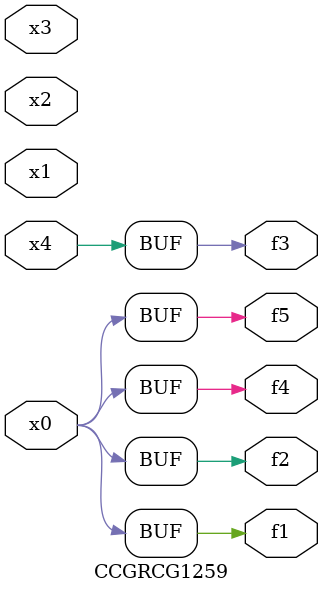
<source format=v>
module CCGRCG1259(
	input x0, x1, x2, x3, x4,
	output f1, f2, f3, f4, f5
);
	assign f1 = x0;
	assign f2 = x0;
	assign f3 = x4;
	assign f4 = x0;
	assign f5 = x0;
endmodule

</source>
